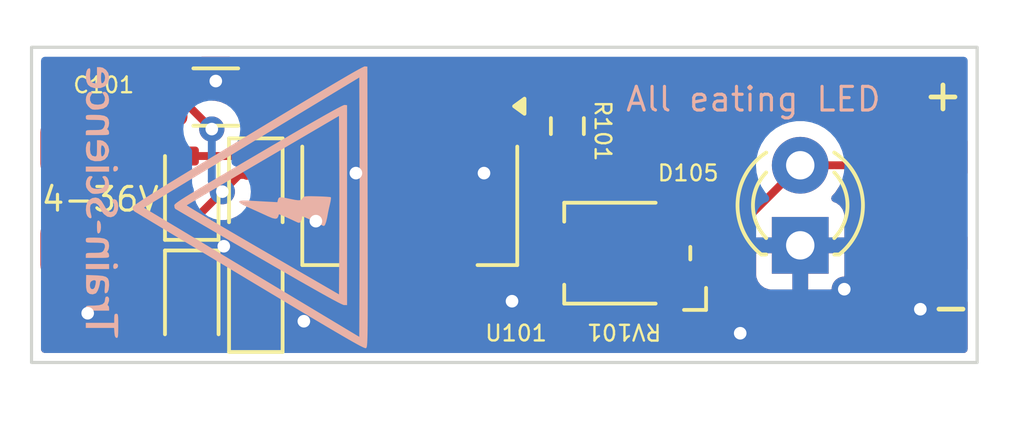
<source format=kicad_pcb>
(kicad_pcb (version 20240108) (generator "pcbnew") (generator_version "8.0")
  (layers (0 "F.Cu" signal) (31 "B.Cu" signal) (34 "B.Paste" user) (35 "F.Paste" user) (36 "B.SilkS" user "B.Silkscreen") (37 "F.SilkS" user "F.Silkscreen") (38 "B.Mask" user) (39 "F.Mask" user) (44 "Edge.Cuts" user))
  (net 0 "")
  (net 1 "GND")
  (net 2 "Net-(D105-A)")
  (net 3 "Net-(U101-VO)")
  (net 4 "Net-(R101-Pad2)")
  (net 5 "/AC1")
  (net 6 "VCC")
  (net 7 "/AC2")
  (footprint "Diode_SMD:D_SOD-323" (layer "F.Cu") (at 102.616 63.5 -90)
    (property "Reference" "D104" (hide yes))
    (property "Value" "1N4148WS")
    (fp_line (start -1.61 0.85) (end 1.05 0.85) (stroke (width 0.12)) (layer "F.SilkS"))
    (fp_line (start -1.61 -0.85) (end -1.61 0.85) (stroke (width 0.12)) (layer "F.SilkS"))
    (fp_line (start -1.61 -0.85) (end 1.05 -0.85) (stroke (width 0.12)) (layer "F.SilkS"))
    (pad "1" smd roundrect (at -1.05 0 270) (size 0.6 0.45) (layers "F.Cu" "F.Paste" "F.Mask") (net 7 "/AC2"))
    (pad "2" smd roundrect (at 1.05 0 270) (size 0.6 0.45) (layers "F.Cu" "F.Paste" "F.Mask") (net 1 "GND"))
  )
  (footprint "custom_kicad_lib_sk:R_0603_smalltext" (layer "F.Cu") (at 112.5 61.5 -90)
    (property "Reference" "R101" (at 0.15 -1.125 -90) (layer "F.SilkS") (effects (font (size 0.5 0.5) (thickness 0.075))))
    (property "Value" "68R")
    (fp_line (start -0.254724 0.5225) (end 0.254724 0.5225) (stroke (width 0.12)) (layer "F.SilkS"))
    (fp_line (start -0.254724 -0.5225) (end 0.254724 -0.5225) (stroke (width 0.12)) (layer "F.SilkS"))
    (pad "1" smd roundrect (at -0.9125 0 270) (size 0.975 0.95) (layers "F.Cu" "F.Paste" "F.Mask") (net 3 "Net-(U101-VO)"))
    (pad "2" smd roundrect (at 0.9125 0 270) (size 0.975 0.95) (layers "F.Cu" "F.Paste" "F.Mask") (net 4 "Net-(R101-Pad2)"))
  )
  (footprint "Connector_Wire:SolderWirePad_1x01_SMD_1x2mm" (layer "F.Cu") (at 97.282 62.198 90)
    (property "Reference" "J102" (hide yes))
    (property "Value" "Conn_01x01")
    (pad "1" smd roundrect (at 0 0 90) (size 2 3) (layers "F.Cu" "F.Paste" "F.Mask") (net 7 "/AC2"))
  )
  (footprint "Connector_Wire:SolderWirePad_1x01_SMD_1x2mm" (layer "F.Cu") (at 123.698 65.532 -90)
    (property "Reference" "J104" (hide yes))
    (property "Value" "Conn_01x01")
    (pad "1" smd roundrect (at 0 0 270) (size 2 3) (layers "F.Cu" "F.Paste" "F.Mask") (net 1 "GND"))
  )
  (footprint "LED_THT:LED_D3.0mm" (layer "F.Cu") (at 119.888 65.283 90)
    (property "Reference" "D105" (at 2.291 -3.556 0) (layer "F.SilkS") (effects (font (size 0.5 0.5) (thickness 0.075))))
    (property "Value" "LED")
    (fp_line (start -0.29 -1.236) (end -0.29 -1.08) (stroke (width 0.12)) (layer "F.SilkS"))
    (fp_line (start -0.29 1.08) (end -0.29 1.236) (stroke (width 0.12)) (layer "F.SilkS"))
    (fp_arc (start -0.29 -1.235516) (mid 1.366487 -1.987659) (end 2.942335 -1.078608) (stroke (width 0.12)) (layer "F.SilkS"))
    (fp_arc (start 0.229039 -1.08) (mid 1.270117 -1.5) (end 2.31113 -1.079837) (stroke (width 0.12)) (layer "F.SilkS"))
    (fp_arc (start 2.942335 1.078608) (mid 1.366487 1.987659) (end -0.29 1.235516) (stroke (width 0.12)) (layer "F.SilkS"))
    (fp_arc (start 2.31113 1.079837) (mid 1.270117 1.5) (end 0.229039 1.08) (stroke (width 0.12)) (layer "F.SilkS"))
    (pad "1" thru_hole rect (at 0 0 90) (size 1.8 1.8) (drill 0.9) (layers "*.Cu" "*.Mask") (net 1 "GND"))
    (pad "2" thru_hole circle (at 2.54 0 90) (size 1.8 1.8) (drill 0.9) (layers "*.Cu" "*.Mask") (net 2 "Net-(D105-A)"))
  )
  (footprint "Diode_SMD:D_SOD-323" (layer "F.Cu") (at 100.584 67.056 -90)
    (property "Reference" "D101" (hide yes))
    (property "Value" "1N4148WS")
    (fp_line (start -1.61 0.85) (end 1.05 0.85) (stroke (width 0.12)) (layer "F.SilkS"))
    (fp_line (start -1.61 -0.85) (end -1.61 0.85) (stroke (width 0.12)) (layer "F.SilkS"))
    (fp_line (start -1.61 -0.85) (end 1.05 -0.85) (stroke (width 0.12)) (layer "F.SilkS"))
    (pad "1" smd roundrect (at -1.05 0 270) (size 0.6 0.45) (layers "F.Cu" "F.Paste" "F.Mask") (net 6 "VCC"))
    (pad "2" smd roundrect (at 1.05 0 270) (size 0.6 0.45) (layers "F.Cu" "F.Paste" "F.Mask") (net 5 "/AC1"))
  )
  (footprint "Connector_Wire:SolderWirePad_1x01_SMD_1x2mm" (layer "F.Cu") (at 123.698 62.484 -90)
    (property "Reference" "J103" (hide yes))
    (property "Value" "Conn_01x01")
    (pad "1" smd roundrect (at 0 0 270) (size 2 3) (layers "F.Cu" "F.Paste" "F.Mask") (net 2 "Net-(D105-A)"))
  )
  (footprint "Diode_SMD:D_SOD-323" (layer "F.Cu") (at 100.584 63.5 90)
    (property "Reference" "D103" (hide yes))
    (property "Value" "1N4148WS")
    (fp_line (start -1.61 -0.85) (end 1.05 -0.85) (stroke (width 0.12)) (layer "F.SilkS"))
    (fp_line (start -1.61 -0.85) (end -1.61 0.85) (stroke (width 0.12)) (layer "F.SilkS"))
    (fp_line (start -1.61 0.85) (end 1.05 0.85) (stroke (width 0.12)) (layer "F.SilkS"))
    (pad "1" smd roundrect (at -1.05 0 90) (size 0.6 0.45) (layers "F.Cu" "F.Paste" "F.Mask") (net 6 "VCC"))
    (pad "2" smd roundrect (at 1.05 0 90) (size 0.6 0.45) (layers "F.Cu" "F.Paste" "F.Mask") (net 7 "/AC2"))
  )
  (footprint "Diode_SMD:D_SOD-323" (layer "F.Cu") (at 102.616 67.056 90)
    (property "Reference" "D102" (hide yes))
    (property "Value" "1N4148WS")
    (fp_line (start -1.61 -0.85) (end 1.05 -0.85) (stroke (width 0.12)) (layer "F.SilkS"))
    (fp_line (start -1.61 -0.85) (end -1.61 0.85) (stroke (width 0.12)) (layer "F.SilkS"))
    (fp_line (start -1.61 0.85) (end 1.05 0.85) (stroke (width 0.12)) (layer "F.SilkS"))
    (pad "1" smd roundrect (at -1.05 0 90) (size 0.6 0.45) (layers "F.Cu" "F.Paste" "F.Mask") (net 5 "/AC1"))
    (pad "2" smd roundrect (at 1.05 0 90) (size 0.6 0.45) (layers "F.Cu" "F.Paste" "F.Mask") (net 1 "GND"))
  )
  (footprint "Package_TO_SOT_SMD:SOT-223-3_TabPin2" (layer "F.Cu") (at 107.5 64 -90)
    (property "Reference" "U101" (at 4.072 -3.371 0) (layer "F.SilkS") (effects (font (size 0.5 0.5) (thickness 0.075))))
    (property "Value" "LM317_SOT-223")
    (fp_line (start -1.85 3.41) (end 1.91 3.41) (stroke (width 0.12)) (layer "F.SilkS"))
    (fp_line (start 1.91 3.41) (end 1.91 2.15) (stroke (width 0.12)) (layer "F.SilkS"))
    (fp_line (start -1.85 -3.41) (end 1.91 -3.41) (stroke (width 0.12)) (layer "F.SilkS"))
    (fp_line (start 1.91 -3.41) (end 1.91 -2.15) (stroke (width 0.12)) (layer "F.SilkS"))
    (fp_poly (pts (xy -3.13 -3.31) (xy -3.37 -3.64) (xy -2.89 -3.64) (xy -3.13 -3.31)) (stroke (width 0.12)) (fill solid) (layer "F.SilkS"))
    (pad "1" smd roundrect (at -3.15 -2.3 270) (size 2 1.5) (layers "F.Cu" "F.Paste" "F.Mask") (net 1 "GND"))
    (pad "2" smd roundrect (at -3.15 0 270) (size 2 1.5) (layers "F.Cu" "F.Paste" "F.Mask") (net 3 "Net-(U101-VO)"))
    (pad "2" smd roundrect (at 3.15 0 270) (size 2 3.8) (layers "F.Cu" "F.Paste" "F.Mask") (net 3 "Net-(U101-VO)"))
    (pad "3" smd roundrect (at -3.15 2.3 270) (size 2 1.5) (layers "F.Cu" "F.Paste" "F.Mask") (net 6 "VCC"))
  )
  (footprint "Potentiometer_SMD:Potentiometer_Bourns_TC33X_Vertical" (layer "F.Cu") (at 114.3 65.532 180)
    (property "Reference" "RV101" (at 0 -2.5 180) (layer "F.SilkS") (effects (font (size 0.5 0.5) (thickness 0.075))))
    (property "Value" "R_Potentiometer")
    (fp_line (start 1.9 1.6) (end 1.9 1) (stroke (width 0.12)) (layer "F.SilkS"))
    (fp_line (start 1.9 -1.6) (end 1.9 -1) (stroke (width 0.12)) (layer "F.SilkS"))
    (fp_line (start -1 1.6) (end 1.9 1.6) (stroke (width 0.12)) (layer "F.SilkS"))
    (fp_line (start -1 -1.6) (end 1.9 -1.6) (stroke (width 0.12)) (layer "F.SilkS"))
    (fp_line (start -1.9 -1.8) (end -2.6 -1.8) (stroke (width 0.12)) (layer "F.SilkS"))
    (fp_line (start -2.1 -0.2) (end -2.1 0.2) (stroke (width 0.12)) (layer "F.SilkS"))
    (fp_line (start -2.6 -1.8) (end -2.6 -1.1) (stroke (width 0.12)) (layer "F.SilkS"))
    (pad "1" smd rect (at -1.8 -1 180) (size 1.2 1.2) (layers "F.Cu" "F.Paste" "F.Mask") (net 2 "Net-(D105-A)"))
    (pad "2" smd rect (at 1.45 0 180) (size 1.5 1.6) (layers "F.Cu" "F.Paste" "F.Mask") (net 4 "Net-(R101-Pad2)"))
    (pad "3" smd rect (at -1.8 1 180) (size 1.2 1.2) (layers "F.Cu" "F.Paste" "F.Mask") (net 4 "Net-(R101-Pad2)"))
  )
  (footprint "Capacitor_SMD:C_1206_3216Metric" (layer "F.Cu") (at 101.346 60.579)
    (property "Reference" "C101" (at -3.556 -0.381 0) (layer "F.SilkS") (effects (font (size 0.5 0.5) (thickness 0.075))))
    (property "Value" "10uF")
    (fp_line (start -0.711252 -0.91) (end 0.711252 -0.91) (stroke (width 0.12)) (layer "F.SilkS"))
    (fp_line (start -0.711252 0.91) (end 0.711252 0.91) (stroke (width 0.12)) (layer "F.SilkS"))
    (pad "1" smd roundrect (at -1.475 0) (size 1.15 1.8) (layers "F.Cu" "F.Paste" "F.Mask") (roundrect_rratio 0.217391) (net 6 "VCC"))
    (pad "2" smd roundrect (at 1.475 0) (size 1.15 1.8) (layers "F.Cu" "F.Paste" "F.Mask") (roundrect_rratio 0.217391) (net 1 "GND"))
  )
  (footprint "Connector_Wire:SolderWirePad_1x01_SMD_1x2mm" (layer "F.Cu") (at 97.282 65.405 90)
    (property "Reference" "J101" (hide yes))
    (property "Value" "Conn_01x01")
    (pad "1" smd roundrect (at 0 0 90) (size 2 3) (layers "F.Cu" "F.Paste" "F.Mask") (net 5 "/AC1"))
  )
  (footprint "custom_kicad_lib_sk:Train-Science logo small" (layer "B.Cu") (at 101.6 64.008 90)
    (property "Reference" "G***" (hide yes))
    (property "Value" "LOGO" (hide yes))
    (fp_poly (pts (xy 1.223321 -4.3782) (xy 1.062357 -4.3782) (xy 1.062357 -3.637769) (xy 1.223321 -3.637769)) (fill solid) (layer "B.SilkS"))
    (fp_poly (pts (xy -1.867174 -4.3782) (xy -2.028137 -4.3782) (xy -2.028137 -3.637769) (xy -1.867174 -3.637769)) (fill solid) (layer "B.SilkS"))
    (fp_poly (pts (xy 1.211443 -3.365565) (xy 1.235424 -3.397528) (xy 1.241537 -3.467248) (xy 1.192998 -3.5033) (xy 1.1387 -3.508999) (xy 1.079454 -3.497959) (xy 1.066286 -3.453786) (xy 1.068167 -3.436565) (xy 1.099438 -3.378361) (xy 1.155683 -3.352714)) (fill solid) (layer "B.SilkS"))
    (fp_poly (pts (xy -1.879051 -3.365565) (xy -1.85507 -3.397528) (xy -1.848957 -3.467248) (xy -1.897497 -3.5033) (xy -1.951794 -3.508999) (xy -2.01104 -3.497959) (xy -2.024208 -3.453786) (xy -2.022328 -3.436565) (xy -1.991057 -3.378361) (xy -1.934811 -3.352714)) (fill solid) (layer "B.SilkS"))
    (fp_poly (pts (xy -0.612737 -3.9006) (xy -0.533283 -3.922266) (xy -0.490713 -3.961014) (xy -0.488845 -3.967744) (xy -0.490951 -3.998166) (xy -0.520453 -4.01526) (xy -0.590351 -4.022672) (xy -0.689781 -4.024081) (xy -0.808268 -4.020841) (xy -0.874379 -4.009353) (xy -0.899883 -3.986965) (xy -0.901394 -3.976406) (xy -0.873403 -3.933919) (xy -0.802697 -3.906845) (xy -0.709175 -3.895599)) (fill solid) (layer "B.SilkS"))
    (fp_poly (pts (xy -3.20706 -3.649174) (xy -3.187072 -3.671095) (xy -3.167366 -3.687977) (xy -3.124803 -3.671095) (xy -3.032476 -3.639196) (xy -2.952967 -3.641074) (xy -2.904379 -3.674259) (xy -2.897338 -3.702155) (xy -2.912873 -3.749633) (xy -2.970283 -3.766013) (xy -2.992091 -3.76654) (xy -3.08017 -3.784752) (xy -3.139695 -3.843818) (xy -3.1741 -3.950385) (xy -3.18682 -4.1111) (xy -3.187072 -4.143919) (xy -3.188151 -4.264488) (xy -3.194538 -4.33444) (xy -3.210963 -4.367539) (xy -3.242154 -4.377549) (xy -3.267554 -4.3782) (xy -3.348035 -4.3782) (xy -3.348035 -3.637769) (xy -3.267554 -3.637769)) (fill solid) (layer "B.SilkS"))
    (fp_poly (pts (xy -3.669632 -3.34866) (xy -3.559722 -3.351709) (xy -3.492918 -3.358945) (xy -3.458582 -3.372129) (xy -3.446076 -3.393024) (xy -3.444613 -3.412421) (xy -3.454092 -3.452657) (xy -3.493451 -3.471683) (xy -3.579073 -3.476782) (xy -3.58948 -3.476806) (xy -3.734347 -3.476806) (xy -3.734347 -4.3782) (xy -3.89531 -4.3782) (xy -3.89531 -3.480334) (xy -4.047936 -3.470522) (xy -4.148526 -3.457408) (xy -4.198923 -3.431105) (xy -4.21126 -3.404373) (xy -4.210399 -3.380588) (xy -4.190335 -3.364589) (xy -4.140901 -3.354863) (xy -4.051928 -3.349892) (xy -3.91325 -3.348161) (xy -3.833286 -3.348036)) (fill solid) (layer "B.SilkS"))
    (fp_poly (pts (xy 3.456146 -3.654371) (xy 3.543105 -3.697368) (xy 3.592791 -3.756548) (xy 3.594178 -3.814197) (xy 3.572895 -3.852981) (xy 3.542199 -3.843557) (xy 3.513841 -3.819211) (xy 3.424501 -3.7745) (xy 3.322943 -3.773442) (xy 3.238538 -3.81626) (xy 3.237661 -3.817129) (xy 3.201357 -3.890078) (xy 3.187495 -3.994878) (xy 3.196074 -4.103032) (xy 3.227095 -4.186043) (xy 3.237661 -4.198841) (xy 3.321639 -4.242246) (xy 3.423161 -4.241772) (xy 3.512857 -4.197642) (xy 3.513841 -4.196759) (xy 3.559116 -4.162129) (xy 3.582547 -4.174932) (xy 3.594178 -4.201773) (xy 3.589623 -4.267108) (xy 3.534669 -4.324764) (xy 3.443265 -4.364981) (xy 3.341993 -4.3782) (xy 3.23693 -4.364144) (xy 3.150524 -4.312169) (xy 3.116435 -4.280323) (xy 3.06227 -4.220957) (xy 3.03476 -4.166703) (xy 3.027277 -4.094215) (xy 3.032787 -3.985733) (xy 3.063239 -3.823108) (xy 3.128926 -3.713042) (xy 3.232557 -3.652527) (xy 3.346264 -3.637769)) (fill solid) (layer "B.SilkS"))
    (fp_poly (pts (xy 0.784156 -3.654371) (xy 0.871115 -3.697368) (xy 0.920801 -3.756548) (xy 0.922188 -3.814197) (xy 0.900905 -3.852981) (xy 0.870209 -3.843557) (xy 0.841851 -3.819211) (xy 0.752511 -3.7745) (xy 0.650954 -3.773442) (xy 0.566548 -3.81626) (xy 0.565671 -3.817129) (xy 0.529974 -3.888454) (xy 0.515171 -3.998249) (xy 0.515082 -4.007985) (xy 0.527932 -4.119813) (xy 0.562192 -4.195116) (xy 0.565671 -4.198841) (xy 0.649649 -4.242246) (xy 0.751171 -4.241772) (xy 0.840868 -4.197642) (xy 0.841851 -4.196759) (xy 0.887126 -4.162129) (xy 0.910558 -4.174932) (xy 0.922188 -4.201773) (xy 0.917633 -4.267108) (xy 0.862679 -4.324764) (xy 0.771275 -4.364981) (xy 0.670003 -4.3782) (xy 0.56494 -4.364144) (xy 0.478534 -4.312169) (xy 0.444446 -4.280323) (xy 0.39028 -4.220957) (xy 0.36277 -4.166703) (xy 0.355287 -4.094215) (xy 0.360798 -3.985733) (xy 0.391249 -3.823108) (xy 0.456936 -3.713042) (xy 0.560567 -3.652527) (xy 0.674274 -3.637769)) (fill solid) (layer "B.SilkS"))
    (fp_poly (pts (xy -2.40532 -3.645768) (xy -2.326525 -3.67613) (xy -2.275297 -3.738404) (xy -2.245189 -3.842138) (xy -2.22975 -3.996881) (xy -2.226439 -4.069661) (xy -2.215488 -4.366149) (xy -2.45432 -4.371021) (xy -2.611055 -4.367821) (xy -2.715337 -4.349617) (xy -2.763052 -4.326932) (xy -2.817997 -4.253657) (xy -2.8318 -4.157537) (xy -2.826579 -4.141434) (xy -2.663371 -4.141434) (xy -2.661178 -4.198977) (xy -2.617211 -4.235887) (xy -2.541587 -4.248708) (xy -2.462907 -4.236034) (xy -2.420887 -4.210799) (xy -2.387663 -4.147033) (xy -2.382256 -4.110009) (xy -2.391113 -4.070273) (xy -2.429399 -4.05887) (xy -2.5002 -4.066989) (xy -2.611613 -4.096669) (xy -2.663371 -4.141434) (xy -2.826579 -4.141434) (xy -2.80241 -4.066887) (xy -2.783578 -4.04369) (xy -2.714915 -4.000608) (xy -2.611053 -3.960717) (xy -2.500848 -3.933723) (xy -2.438593 -3.927683) (xy -2.39073 -3.905832) (xy -2.389171 -3.848663) (xy -2.411779 -3.801951) (xy -2.44845 -3.775964) (xy -2.522247 -3.768689) (xy -2.620538 -3.77548) (xy -2.726931 -3.782973) (xy -2.782746 -3.776184) (xy -2.800575 -3.753278) (xy -2.80076 -3.74925) (xy -2.770723 -3.693209) (xy -2.685633 -3.655257) (xy -2.553023 -3.638364) (xy -2.518132 -3.637769)) (fill solid) (layer "B.SilkS"))
    (fp_poly (pts (xy 0.08045 -3.363771) (xy 0.163476 -3.40824) (xy 0.193154 -3.477335) (xy 0.193156 -3.477939) (xy 0.170182 -3.528914) (xy 0.121334 -3.539789) (xy 0.080482 -3.508999) (xy 0.032611 -3.483439) (xy -0.047363 -3.477888) (xy -0.130866 -3.490818) (xy -0.189325 -3.520703) (xy -0.191874 -3.52355) (xy -0.21804 -3.596183) (xy -0.180966 -3.673245) (xy -0.081544 -3.753443) (xy -0.004028 -3.796699) (xy 0.136108 -3.882305) (xy 0.216714 -3.971193) (xy 0.24249 -4.071135) (xy 0.223825 -4.173564) (xy 0.164082 -4.275535) (xy 0.095495 -4.330471) (xy -0.018443 -4.366535) (xy -0.150995 -4.376193) (xy -0.274362 -4.359597) (xy -0.346956 -4.328086) (xy -0.40363 -4.272052) (xy -0.419312 -4.22251) (xy -0.394108 -4.195068) (xy -0.346071 -4.199064) (xy -0.197064 -4.233359) (xy -0.075009 -4.242002) (xy 0.005829 -4.224264) (xy 0.015788 -4.217493) (xy 0.061853 -4.14537) (xy 0.055341 -4.062595) (xy 0.002818 -3.983964) (xy -0.089151 -3.924271) (xy -0.119083 -3.913566) (xy -0.188092 -3.877866) (xy -0.269912 -3.816568) (xy -0.288095 -3.800264) (xy -0.365715 -3.694707) (xy -0.385703 -3.587357) (xy -0.353625 -3.488715) (xy -0.27505 -3.409279) (xy -0.155545 -3.359551) (xy -0.048289 -3.348036)) (fill solid) (layer "B.SilkS"))
    (fp_poly (pts (xy 4.191957 -3.665419) (xy 4.293411 -3.737669) (xy 4.360573 -3.838471) (xy 4.3782 -3.925027) (xy 4.3782 -4.024081) (xy 4.120659 -4.024081) (xy 3.992123 -4.025517) (xy 3.915069 -4.031892) (xy 3.876617 -4.046313) (xy 3.86389 -4.071882) (xy 3.863118 -4.086167) (xy 3.886785 -4.17496) (xy 3.959423 -4.227168) (xy 4.083491 -4.244072) (xy 4.15906 -4.240295) (xy 4.267524 -4.233706) (xy 4.325375 -4.2403) (xy 4.345405 -4.262067) (xy 4.346008 -4.269376) (xy 4.317527 -4.321331) (xy 4.243324 -4.357024) (xy 4.140255 -4.375338) (xy 4.025174 -4.375154) (xy 3.91494 -4.355354) (xy 3.826407 -4.31482) (xy 3.813457 -4.304705) (xy 3.748327 -4.223779) (xy 3.71501 -4.110586) (xy 3.710957 -4.07989) (xy 3.714938 -3.908) (xy 3.730244 -3.869557) (xy 3.863118 -3.869557) (xy 3.892233 -3.883662) (xy 3.967337 -3.893017) (xy 4.040178 -3.895311) (xy 4.137154 -3.891076) (xy 4.201466 -3.880152) (xy 4.217237 -3.869557) (xy 4.188421 -3.814477) (xy 4.114915 -3.776712) (xy 4.040178 -3.76654) (xy 3.945509 -3.783306) (xy 3.880602 -3.826073) (xy 3.863118 -3.869557) (xy 3.730244 -3.869557) (xy 3.767799 -3.775233) (xy 3.866587 -3.685192) (xy 4.008349 -3.641482) (xy 4.073248 -3.637769)) (fill solid) (layer "B.SilkS"))
    (fp_poly (pts (xy 1.874086 -3.665419) (xy 1.97554 -3.737669) (xy 2.042702 -3.838471) (xy 2.06033 -3.925027) (xy 2.06033 -4.024081) (xy 1.802788 -4.024081) (xy 1.674253 -4.025517) (xy 1.597198 -4.031892) (xy 1.558746 -4.046313) (xy 1.54602 -4.071882) (xy 1.545247 -4.086167) (xy 1.568914 -4.17496) (xy 1.641552 -4.227168) (xy 1.76562 -4.244072) (xy 1.841189 -4.240295) (xy 1.949653 -4.233706) (xy 2.007504 -4.2403) (xy 2.027535 -4.262067) (xy 2.028137 -4.269376) (xy 1.999657 -4.321331) (xy 1.925454 -4.357024) (xy 1.822384 -4.375338) (xy 1.707304 -4.375154) (xy 1.597069 -4.355354) (xy 1.508536 -4.31482) (xy 1.495586 -4.304705) (xy 1.430456 -4.223779) (xy 1.397139 -4.110586) (xy 1.393087 -4.07989) (xy 1.397067 -3.908) (xy 1.412373 -3.869557) (xy 1.545247 -3.869557) (xy 1.574363 -3.883662) (xy 1.649466 -3.893017) (xy 1.722307 -3.895311) (xy 1.819283 -3.891076) (xy 1.883595 -3.880152) (xy 1.899366 -3.869557) (xy 1.87055 -3.814477) (xy 1.797044 -3.776712) (xy 1.722307 -3.76654) (xy 1.627639 -3.783306) (xy 1.562731 -3.826073) (xy 1.545247 -3.869557) (xy 1.412373 -3.869557) (xy 1.449928 -3.775233) (xy 1.548716 -3.685192) (xy 1.690478 -3.641482) (xy 1.755377 -3.637769)) (fill solid) (layer "B.SilkS"))
    (fp_poly (pts (xy 2.715567 -3.652213) (xy 2.788671 -3.700519) (xy 2.835175 -3.79015) (xy 2.859236 -3.928568) (xy 2.865146 -4.092808) (xy 2.86448 -4.228722) (xy 2.860137 -4.312734) (xy 2.848595 -4.357328) (xy 2.826334 -4.374987) (xy 2.789834 -4.378194) (xy 2.784664 -4.3782) (xy 2.744587 -4.375415) (xy 2.72067 -4.358257) (xy 2.708742 -4.313522) (xy 2.704637 -4.228007) (xy 2.704183 -4.123292) (xy 2.70181 -3.995739) (xy 2.69553 -3.889366) (xy 2.686599 -3.82384) (xy 2.684642 -3.817462) (xy 2.638586 -3.775444) (xy 2.56069 -3.771399) (xy 2.471162 -3.805399) (xy 2.453804 -3.816654) (xy 2.417528 -3.84892) (xy 2.396019 -3.893461) (xy 2.385541 -3.966262) (xy 2.382352 -4.083304) (xy 2.382256 -4.122485) (xy 2.381383 -4.249664) (xy 2.375999 -4.325642) (xy 2.361955 -4.363601) (xy 2.335101 -4.376724) (xy 2.301774 -4.3782) (xy 2.221293 -4.3782) (xy 2.221293 -4.007985) (xy 2.22168 -3.849262) (xy 2.224378 -3.743962) (xy 2.231689 -3.681124) (xy 2.245918 -3.649787) (xy 2.269368 -3.638988) (xy 2.299092 -3.637769) (xy 2.364561 -3.652507) (xy 2.391646 -3.67801) (xy 2.413142 -3.702107) (xy 2.449056 -3.67801) (xy 2.508105 -3.651219) (xy 2.597263 -3.63805) (xy 2.611707 -3.637769)) (fill solid) (layer "B.SilkS"))
    (fp_poly (pts (xy -1.179743 -3.652213) (xy -1.106639 -3.700519) (xy -1.060135 -3.79015) (xy -1.036075 -3.928568) (xy -1.030165 -4.092808) (xy -1.03083 -4.228722) (xy -1.035174 -4.312734) (xy -1.046716 -4.357328) (xy -1.068976 -4.374987) (xy -1.105476 -4.378194) (xy -1.110646 -4.3782) (xy -1.150723 -4.375415) (xy -1.174641 -4.358257) (xy -1.186568 -4.313522) (xy -1.190674 -4.228007) (xy -1.191128 -4.123292) (xy -1.193501 -3.995739) (xy -1.199781 -3.889366) (xy -1.208712 -3.82384) (xy -1.210669 -3.817462) (xy -1.256725 -3.775444) (xy -1.33462 -3.771399) (xy -1.424149 -3.805399) (xy -1.441506 -3.816654) (xy -1.477783 -3.84892) (xy -1.499291 -3.893461) (xy -1.50977 -3.966262) (xy -1.512958 -4.083304) (xy -1.513054 -4.122485) (xy -1.513927 -4.249664) (xy -1.519311 -4.325642) (xy -1.533355 -4.363601) (xy -1.560209 -4.376724) (xy -1.593536 -4.3782) (xy -1.674018 -4.3782) (xy -1.674018 -4.007985) (xy -1.67363 -3.849262) (xy -1.670933 -3.743962) (xy -1.663621 -3.681124) (xy -1.649392 -3.649787) (xy -1.625943 -3.638988) (xy -1.596219 -3.637769) (xy -1.53075 -3.652507) (xy -1.503665 -3.67801) (xy -1.482168 -3.702107) (xy -1.446255 -3.67801) (xy -1.387205 -3.651219) (xy -1.298048 -3.63805) (xy -1.283604 -3.637769)) (fill solid) (layer "B.SilkS"))
    (fp_poly (pts (xy 0.250482 3.398018) (xy 0.258312 3.360431) (xy 0.266207 3.271171) (xy 0.273323 3.142944) (xy 0.278815 2.988455) (xy 0.279494 2.961822) (xy 0.283147 2.79102) (xy 0.28333 2.672993) (xy 0.27842 2.596159) (xy 0.266793 2.548934) (xy 0.246824 2.519735) (xy 0.216889 2.496979) (xy 0.214047 2.495112) (xy 0.177374 2.463714) (xy 0.157846 2.420729) (xy 0.155167 2.353836) (xy 0.169042 2.250716) (xy 0.199173 2.099046) (xy 0.20399 2.076426) (xy 0.234196 1.927607) (xy 0.248081 1.829473) (xy 0.244797 1.770209) (xy 0.223496 1.738003) (xy 0.183328 1.721039) (xy 0.178383 1.719762) (xy 0.093995 1.698582) (xy 0.113104 1.340229) (xy 0.122361 1.168329) (xy 0.13182 0.9955) (xy 0.140114 0.846597) (xy 0.144094 0.776804) (xy 0.147732 0.616402) (xy 0.136399 0.518612) (xy 0.110043 0.48341) (xy 0.068612 0.510774) (xy 0.012053 0.600683) (xy -0.036281 0.70019) (xy -0.094889 0.829583) (xy -0.151819 0.955614) (xy -0.192615 1.046261) (xy -0.235959 1.142058) (xy -0.293724 1.268625) (xy -0.352412 1.396402) (xy -0.410483 1.535855) (xy -0.432862 1.630868) (xy -0.419591 1.690556) (xy -0.370712 1.724039) (xy -0.353957 1.729118) (xy -0.302087 1.746117) (xy -0.289734 1.754248) (xy -0.301976 1.787815) (xy -0.333966 1.863803) (xy -0.378601 1.966115) (xy -0.428778 2.078653) (xy -0.477393 2.185319) (xy -0.517132 2.269582) (xy -0.553917 2.350924) (xy -0.561542 2.396199) (xy -0.540994 2.426228) (xy -0.525165 2.438593) (xy -0.452176 2.472508) (xy -0.412351 2.478834) (xy -0.36338 2.484926) (xy -0.354119 2.492061) (xy -0.366789 2.526986) (xy -0.400137 2.60474) (xy -0.447168 2.710013) (xy -0.500888 2.827498) (xy -0.554304 2.941887) (xy -0.600421 3.037873) (xy -0.630486 3.096942) (xy -0.659596 3.160107) (xy -0.65177 3.193594) (xy -0.620583 3.213855) (xy -0.53333 3.246777) (xy -0.395236 3.27925) (xy -0.273637 3.301207) (xy -0.190498 3.31751) (xy -0.07335 3.34338) (xy 0.027233 3.367139) (xy 0.134416 3.389945) (xy 0.215087 3.40089)) (fill solid) (layer "B.SilkS"))
    (fp_poly (pts (xy 3.179239 3.830925) (xy 3.169077 3.796052) (xy 3.134748 3.721875) (xy 3.075339 3.60678) (xy 2.989941 3.449155) (xy 2.877641 3.24739) (xy 2.737526 2.999872) (xy 2.568687 2.704989) (xy 2.370211 2.361128) (xy 2.141187 1.966679) (xy 1.880703 1.52003) (xy 1.631778 1.09455) (xy 1.368647 0.645596) (xy 1.135907 0.249143) (xy 0.93161 -0.097982) (xy 0.753807 -0.398953) (xy 0.60055 -0.656942) (xy 0.469891 -0.875124) (xy 0.359881 -1.05667) (xy 0.268572 -1.204755) (xy 0.194014 -1.322552) (xy 0.134261 -1.413233) (xy 0.087362 -1.479973) (xy 0.051371 -1.525943) (xy 0.024337 -1.554318) (xy 0.004314 -1.568271) (xy -0.004969 -1.571019) (xy -0.078828 -1.563333) (xy -0.118283 -1.538827) (xy -0.138767 -1.505458) (xy -0.189191 -1.420294) (xy -0.267262 -1.287274) (xy -0.370688 -1.110339) (xy -0.497173 -0.893428) (xy -0.644426 -0.640482) (xy -0.810153 -0.355441) (xy -0.99206 -0.042244) (xy -1.187855 0.295169) (xy -1.395243 0.652857) (xy -1.611932 1.02688) (xy -1.660439 1.110646) (xy -1.943382 1.600038) (xy -2.194371 2.035755) (xy -2.414343 2.419476) (xy -2.604234 2.752877) (xy -2.764981 3.037634) (xy -2.89752 3.275425) (xy -3.002787 3.467927) (xy -3.081719 3.616816) (xy -3.100264 3.653866) (xy -2.831057 3.653866) (xy -1.427803 1.229825) (xy -1.217976 0.867944) (xy -1.017222 0.522838) (xy -0.827885 0.198474) (xy -0.652308 -0.101185) (xy -0.492836 -0.372174) (xy -0.351814 -0.61053) (xy -0.231586 -0.812287) (xy -0.134496 -0.973481) (xy -0.062889 -1.090149) (xy -0.019109 -1.158326) (xy -0.005551 -1.175218) (xy 0.013203 -1.145197) (xy 0.062076 -1.063637) (xy 0.138687 -0.934577) (xy 0.240658 -0.762061) (xy 0.365609 -0.55013) (xy 0.511161 -0.302826) (xy 0.674935 -0.02419) (xy 0.854552 0.281735) (xy 1.047632 0.610908) (xy 1.251797 0.959287) (xy 1.421346 1.248823) (xy 2.829247 3.653866) (xy 1.414623 3.662249) (xy 1.04211 3.663984) (xy 0.624153 3.665121) (xy 0.179691 3.665659) (xy -0.272337 3.665598) (xy -0.712992 3.664938) (xy -1.123334 3.663678) (xy -1.415529 3.662249) (xy -2.831057 3.653866) (xy -3.100264 3.653866) (xy -3.135253 3.723769) (xy -3.164325 3.790463) (xy -3.17064 3.814829) (xy -3.170976 3.911407) (xy 3.170976 3.911407)) (fill solid) (layer "B.SilkS"))
    (fp_poly (pts (xy -2.177236 4.566716) (xy -1.724771 4.566214) (xy -1.217326 4.565463) (xy -0.651718 4.564501) (xy -0.055144 4.563421) (xy 4.394297 4.55526) (xy 4.402412 4.474778) (xy 4.392766 4.444092) (xy 4.360546 4.377472) (xy 4.304831 4.273357) (xy 4.224701 4.130187) (xy 4.119236 3.9464) (xy 3.987517 3.720436) (xy 3.828623 3.450735) (xy 3.641634 3.135735) (xy 3.425631 2.773875) (xy 3.179692 2.363596) (xy 2.902899 1.903335) (xy 2.594331 1.391532) (xy 2.253068 0.826627) (xy 2.210681 0.756527) (xy 1.892208 0.230049) (xy 1.605234 -0.243951) (xy 1.348069 -0.66817) (xy 1.119028 -1.045302) (xy 0.916421 -1.378044) (xy 0.738561 -1.669091) (xy 0.583761 -1.921141) (xy 0.450332 -2.136888) (xy 0.336586 -2.319029) (xy 0.240836 -2.470259) (xy 0.161394 -2.593274) (xy 0.096573 -2.690771) (xy 0.044683 -2.765444) (xy 0.004038 -2.819991) (xy -0.02705 -2.857107) (xy -0.05027 -2.879488) (xy -0.067308 -2.88983) (xy -0.073048 -2.891234) (xy -0.156237 -2.877194) (xy -0.204854 -2.826849) (xy -0.227047 -2.790521) (xy -0.280348 -2.702298) (xy -0.362758 -2.565508) (xy -0.47228 -2.383476) (xy -0.606914 -2.159531) (xy -0.764662 -1.897) (xy -0.943527 -1.599208) (xy -1.141509 -1.269484) (xy -1.356611 -0.911155) (xy -1.586834 -0.527547) (xy -1.830181 -0.121988) (xy -2.084652 0.302196) (xy -2.348249 0.741676) (xy -2.411808 0.847656) (xy -2.72913 1.377004) (xy -3.014693 1.853894) (xy -3.270035 2.280976) (xy -3.496692 2.660897) (xy -3.696204 2.996307) (xy -3.870107 3.289854) (xy -4.01994 3.544188) (xy -4.147239 3.761957) (xy -4.253544 3.94581) (xy -4.340391 4.098397) (xy -4.409319 4.222366) (xy -4.449721 4.297718) (xy -4.178624 4.297718) (xy -0.08088 -2.532058) (xy 0.192957 -2.079549) (xy 0.247331 -1.989669) (xy 0.332405 -1.84901) (xy 0.445566 -1.661887) (xy 0.584205 -1.43262) (xy 0.74571 -1.165527) (xy 0.92747 -0.864926) (xy 1.126875 -0.535135) (xy 1.341313 -0.180472) (xy 1.568173 0.194744) (xy 1.804844 0.586196) (xy 2.048716 0.989564) (xy 2.257763 1.33534) (xy 4.048733 4.297718) (xy 1.992174 4.306003) (xy 1.548356 4.307468) (xy 1.05587 4.308526) (xy 0.530432 4.309176) (xy -0.012241 4.309419) (xy -0.556433 4.309254) (xy -1.086428 4.308682) (xy -1.58651 4.307702) (xy -2.040962 4.306315) (xy -2.121505 4.306003) (xy -4.178624 4.297718) (xy -4.449721 4.297718) (xy -4.461864 4.320365) (xy -4.499566 4.395045) (xy -4.523961 4.449053) (xy -4.536588 4.485039) (xy -4.538984 4.505651) (xy -4.537712 4.509683) (xy -4.531875 4.518362) (xy -4.522005 4.526181) (xy -4.504918 4.533179) (xy -4.47743 4.539392) (xy -4.436357 4.54486) (xy -4.378514 4.549621) (xy -4.300717 4.553712) (xy -4.199782 4.557172) (xy -4.072525 4.560039) (xy -3.915762 4.562352) (xy -3.726308 4.564148) (xy -3.50098 4.565466) (xy -3.236592 4.566343) (xy -2.929962 4.566818) (xy -2.577905 4.56693)) (fill solid) (layer "B.SilkS"))
  )
  (gr_rect (start 95.5 59) (end 125.5 69) (stroke (width 0.1)) (fill none) (layer "Edge.Cuts"))
  (gr_text "All eating LED\n" (at 114.3 61.087 0) (layer "B.SilkS") (effects (font (size 0.75 0.75) (thickness 0.1)) (justify left bottom)))
  (gr_text "4-36V\n" (at 95.758 64.262 0) (layer "F.SilkS") (effects (font (size 0.75 0.75) (thickness 0.1)) (justify left bottom)))
  (gr_text "+" (at 123.698 61.087 0) (layer "F.SilkS") (effects (font (size 1 1)) (justify left bottom)))
  (gr_text "-" (at 123.952 67.818 0) (layer "F.SilkS") (effects (font (size 1 1)) (justify left bottom)))
  (via (at 117.983 68.072) (size 0.8) (drill 0.4) (layers "F.Cu" "B.Cu") (net 1))
  (via (at 101.346 60.071) (size 0.8) (drill 0.4) (layers "F.Cu" "B.Cu") (net 1))
  (via (at 105.791 62.992) (size 0.8) (drill 0.4) (layers "F.Cu" "B.Cu") (net 1))
  (via (at 110.744 67.056) (size 0.8) (drill 0.4) (layers "F.Cu" "B.Cu") (net 1))
  (via (at 109.855 62.992) (size 0.8) (drill 0.4) (layers "F.Cu" "B.Cu") (net 1))
  (via (at 104.14 67.691) (size 0.8) (drill 0.4) (layers "F.Cu" "B.Cu") (net 1))
  (via (at 104.521 64.516) (size 0.8) (drill 0.4) (layers "F.Cu" "B.Cu") (net 1))
  (via (at 123.698 67.31) (size 0.8) (drill 0.4) (layers "F.Cu" "B.Cu") (net 1))
  (via (at 97.282 67.437) (size 0.8) (drill 0.4) (layers "F.Cu" "B.Cu") (net 1))
  (via (at 121.285 66.675) (size 0.8) (drill 0.4) (layers "F.Cu" "B.Cu") (net 1))
  (via (at 101.6 65.312) (size 0.8) (drill 0.4) (layers "F.Cu" "B.Cu") (net 1))
  (segment (start 116.1 66.532) (end 116.1 66.531) (width 0.25) (layer "F.Cu") (net 2))
  (segment (start 119.888 62.743) (end 123.82 62.743) (width 0.25) (layer "F.Cu") (net 2))
  (segment (start 123.82 62.743) (end 123.825 62.738) (width 0.25) (layer "F.Cu") (net 2))
  (segment (start 116.1 66.531) (end 119.888 62.743) (width 0.25) (layer "F.Cu") (net 2))
  (segment (start 107.5 60.85) (end 107.5 67.15) (width 0.25) (layer "F.Cu") (net 3))
  (segment (start 108.825 59.525) (end 111.4375 59.525) (width 0.25) (layer "F.Cu") (net 3))
  (segment (start 107.5 60.85) (end 108.825 59.525) (width 0.25) (layer "F.Cu") (net 3))
  (segment (start 111.4375 59.525) (end 112.5 60.5875) (width 0.25) (layer "F.Cu") (net 3))
  (segment (start 116.1 64.532) (end 113.85 64.532) (width 0.25) (layer "F.Cu") (net 4))
  (segment (start 112.5 62.4125) (end 112.5 65.182) (width 0.25) (layer "F.Cu") (net 4))
  (segment (start 113.85 64.532) (end 112.85 65.532) (width 0.25) (layer "F.Cu") (net 4))
  (segment (start 112.5 65.182) (end 112.85 65.532) (width 0.25) (layer "F.Cu") (net 4))
  (segment (start 100.584 67.056) (end 100.584 68.106) (width 0.25) (layer "F.Cu") (net 5))
  (segment (start 99.028 65.5) (end 100.584 67.056) (width 0.25) (layer "F.Cu") (net 5))
  (segment (start 100.584 68.106) (end 102.616 68.106) (width 0.25) (layer "F.Cu") (net 5))
  (segment (start 97 65.5) (end 99.028 65.5) (width 0.25) (layer "F.Cu") (net 5))
  (segment (start 101.5535 63.5805) (end 102.084 63.05) (width 0.25) (layer "F.Cu") (net 6))
  (segment (start 102.084 63.05) (end 102.294164 63.05) (width 0.25) (layer "F.Cu") (net 6))
  (segment (start 99.871 60.579) (end 100.203 60.579) (width 0.25) (layer "F.Cu") (net 6))
  (segment (start 100.584 66.006) (end 100.584 64.55) (width 0.25) (layer "F.Cu") (net 6))
  (segment (start 102.975 63.075) (end 105.2 60.85) (width 0.25) (layer "F.Cu") (net 6))
  (segment (start 100.584 64.55) (end 101.5535 63.5805) (width 0.25) (layer "F.Cu") (net 6))
  (segment (start 102.319164 63.075) (end 102.975 63.075) (width 0.25) (layer "F.Cu") (net 6))
  (segment (start 100.203 60.579) (end 101.219 61.595) (width 0.25) (layer "F.Cu") (net 6))
  (segment (start 102.294164 63.05) (end 102.319164 63.075) (width 0.25) (layer "F.Cu") (net 6))
  (via (at 101.5535 63.5805) (size 0.8) (drill 0.4) (layers "F.Cu" "B.Cu") (net 6))
  (via (at 101.219 61.595) (size 0.8) (drill 0.4) (layers "F.Cu" "B.Cu") (net 6))
  (segment (start 101.219 61.595) (end 101.219 63.246) (width 0.25) (layer "B.Cu") (net 6))
  (segment (start 101.219 63.246) (end 101.5535 63.5805) (width 0.25) (layer "B.Cu") (net 6))
  (segment (start 99.697 62.198) (end 99.949 62.45) (width 0.25) (layer "F.Cu") (net 7))
  (segment (start 97 62.198) (end 99.697 62.198) (width 0.25) (layer "F.Cu") (net 7))
  (segment (start 99.949 62.45) (end 102.616 62.45) (width 0.25) (layer "F.Cu") (net 7))
  (zone (net 1) (net_name "GND") (layers "F&B.Cu") (connect_pads (clearance 0.5)) (min_thickness 0.25) (fill yes (thermal_gap 0.5) (thermal_bridge_width 0.5))
    (polygon (pts (xy 94.5 57.5) (xy 127 58) (xy 127 71) (xy 94.5 70)))
  )
)
</source>
